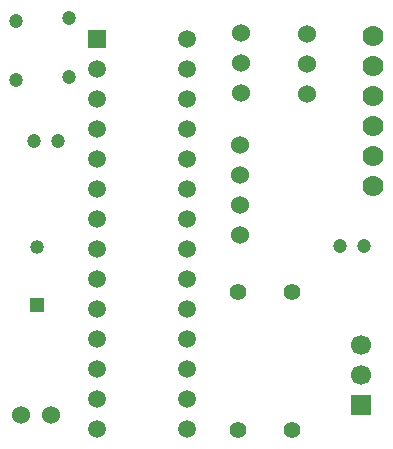
<source format=gbr>
G04*
G04 #@! TF.GenerationSoftware,Altium Limited,Altium Designer,22.4.2 (48)*
G04*
G04 Layer_Color=255*
%FSLAX25Y25*%
%MOIN*%
G70*
G04*
G04 #@! TF.SameCoordinates,58CDF047-041F-4824-80A0-4C5186096447*
G04*
G04*
G04 #@! TF.FilePolarity,Positive*
G04*
G01*
G75*
%ADD27C,0.04693*%
%ADD28R,0.04693X0.04693*%
%ADD29C,0.06000*%
%ADD30C,0.06693*%
%ADD31R,0.06693X0.06693*%
%ADD32C,0.07000*%
%ADD33C,0.05512*%
%ADD34C,0.05906*%
%ADD35R,0.05906X0.05906*%
%ADD36C,0.04724*%
D27*
X123500Y412000D02*
D03*
D28*
Y392787D02*
D03*
D29*
X191000Y436000D02*
D03*
Y446000D02*
D03*
Y426000D02*
D03*
Y416000D02*
D03*
X128000Y356000D02*
D03*
X118000D02*
D03*
X191500Y463500D02*
D03*
Y473500D02*
D03*
Y483500D02*
D03*
X213500Y483000D02*
D03*
Y473000D02*
D03*
Y463000D02*
D03*
D30*
X231500Y379500D02*
D03*
Y369500D02*
D03*
D31*
Y359500D02*
D03*
D32*
X235500Y482500D02*
D03*
Y432500D02*
D03*
Y472500D02*
D03*
Y462500D02*
D03*
Y442500D02*
D03*
Y452500D02*
D03*
D33*
X190500Y397000D02*
D03*
Y351067D02*
D03*
X208500Y397000D02*
D03*
Y351067D02*
D03*
D34*
X173500Y351500D02*
D03*
Y361500D02*
D03*
Y371500D02*
D03*
Y381500D02*
D03*
Y391500D02*
D03*
Y401500D02*
D03*
Y411500D02*
D03*
Y421500D02*
D03*
Y431500D02*
D03*
Y441500D02*
D03*
Y451500D02*
D03*
Y461500D02*
D03*
Y471500D02*
D03*
Y481500D02*
D03*
X143500Y351500D02*
D03*
Y361500D02*
D03*
Y371500D02*
D03*
Y381500D02*
D03*
Y391500D02*
D03*
Y401500D02*
D03*
Y411500D02*
D03*
Y421500D02*
D03*
Y431500D02*
D03*
Y441500D02*
D03*
Y451500D02*
D03*
Y461500D02*
D03*
Y471500D02*
D03*
D35*
Y481500D02*
D03*
D36*
X134000Y468815D02*
D03*
Y488500D02*
D03*
X116500Y467815D02*
D03*
Y487500D02*
D03*
X224500Y412500D02*
D03*
X232500D02*
D03*
X122500Y447500D02*
D03*
X130500D02*
D03*
M02*

</source>
